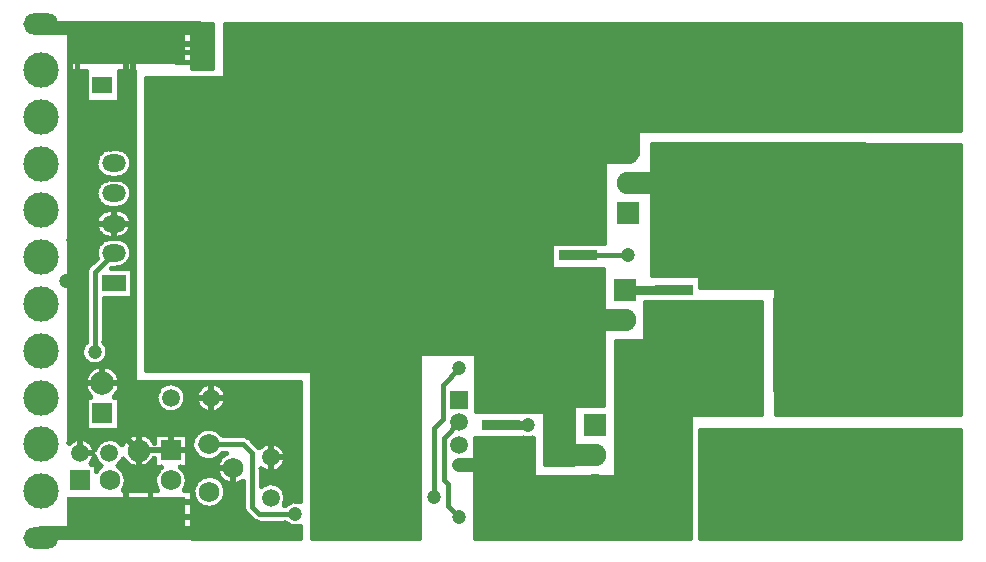
<source format=gbl>
%FSLAX42Y42*%
%MOMM*%
G71*
G01*
G75*
G04 Layer_Physical_Order=2*
%ADD10C,0.45*%
%ADD11R,0.95X0.80*%
%ADD12R,0.80X0.95*%
%ADD13O,2.00X0.50*%
%ADD14R,1.52X1.27*%
%ADD15R,2.00X0.50*%
%ADD16O,0.50X2.00*%
%ADD17R,1.50X1.25*%
%ADD18R,2.54X1.52*%
%ADD19R,1.25X1.50*%
%ADD20R,1.27X0.91*%
%ADD21R,0.91X0.91*%
%ADD22R,0.95X0.90*%
%ADD23R,0.90X0.95*%
%ADD24R,0.50X2.00*%
%ADD25R,2.30X1.90*%
%ADD26R,1.90X2.30*%
%ADD27R,3.20X0.90*%
%ADD28R,9.00X11.50*%
%ADD29C,0.50*%
%ADD30C,0.75*%
%ADD31C,1.90*%
%ADD32C,0.65*%
%ADD33C,1.20*%
%ADD34C,2.15*%
%ADD35R,3.02X1.68*%
%ADD36R,1.90X1.90*%
%ADD37C,3.00*%
%ADD38O,3.00X1.80*%
%ADD39R,16.00X8.00*%
%ADD40R,5.50X9.00*%
%ADD41C,1.90*%
%ADD42R,5.00X5.00*%
%ADD43O,2.00X1.45*%
%ADD44C,1.75*%
%ADD45R,1.75X1.75*%
%ADD46C,1.50*%
%ADD47R,1.75X1.45*%
%ADD48O,1.75X1.45*%
%ADD49R,2.00X1.45*%
%ADD50C,2.00*%
%ADD51R,1.50X1.50*%
%ADD52C,1.20*%
%ADD53R,10.00X3.50*%
D10*
X8257Y-1332D02*
G03*
X8335Y-1334I40J105D01*
G01*
X4628Y-1437D02*
G03*
X4408Y-1377I-125J-25D01*
G01*
X4860Y-1394D02*
G03*
X4628Y-1437I-107J-69D01*
G01*
X4845Y-870D02*
G03*
X4592Y-985I-152J0D01*
G01*
X4553Y-519D02*
G03*
X4740Y-603I75J-84D01*
G01*
X4574Y123D02*
G03*
X4553Y70I53J-53D01*
G01*
X4574Y123D02*
G03*
X4553Y70I53J-53D01*
G01*
X4762Y358D02*
G03*
X4644Y193I0J-125D01*
G01*
X4762Y607D02*
G03*
X4762Y358I0J-125D01*
G01*
Y862D02*
G03*
X4762Y612I0J-125D01*
G01*
Y1118D02*
G03*
X4762Y868I0J-125D01*
G01*
X4740Y-603D02*
G03*
X4703Y-519I-112J0D01*
G01*
X4793Y-985D02*
G03*
X4845Y-870I-100J115D01*
G01*
X4960Y-1298D02*
G03*
X4860Y-1394I40J-142D01*
G01*
X4817Y108D02*
G03*
X4942Y233I0J125D01*
G01*
G03*
X4817Y358I-125J0D01*
G01*
G03*
X4942Y482I0J125D01*
G01*
G03*
X4817Y607I-125J0D01*
G01*
Y612D02*
G03*
X4942Y738I0J125D01*
G01*
G03*
X4817Y862I-125J0D01*
G01*
Y868D02*
G03*
X4942Y993I0J125D01*
G01*
G03*
X4817Y1118I-125J0D01*
G01*
X4683Y-1570D02*
G03*
X4640Y-1610I72J-120D01*
G01*
X4868Y-1773D02*
G03*
X4895Y-1690I-113J83D01*
G01*
G03*
X4824Y-1568I-140J0D01*
G01*
X4595Y-1550D02*
G03*
X4628Y-1488I-93J88D01*
G01*
Y-1437D02*
G03*
X4408Y-1377I-125J-25D01*
G01*
X4824Y-1568D02*
G03*
X4871Y-1511I-71J106D01*
G01*
X4628Y-1488D02*
G03*
X4683Y-1570I125J25D01*
G01*
X4871Y-1511D02*
G03*
X5133Y-1505I129J71D01*
G01*
X4860Y-1394D02*
G03*
X4628Y-1437I-107J-69D01*
G01*
X5193Y-1577D02*
G03*
X5158Y-1773I80J-115D01*
G01*
X5387D02*
G03*
X5412Y-1692I-115J80D01*
G01*
G03*
X5352Y-1577I-140J0D01*
G01*
X5133Y-1375D02*
G03*
X4860Y-1394I-133J-65D01*
G01*
X5462Y-1337D02*
G03*
X5462Y-1438I56J-50D01*
G01*
X4540Y-862D02*
G03*
X4592Y-985I152J-8D01*
G01*
X4793D02*
G03*
X4845Y-870I-100J115D01*
G01*
X5400Y-993D02*
G03*
X5400Y-993I-127J0D01*
G01*
X5885Y-1915D02*
G03*
X5907Y-1968I75J0D01*
G01*
X5967Y-2028D02*
G03*
X6020Y-2050I53J53D01*
G01*
X5885Y-1915D02*
G03*
X5907Y-1968I75J0D01*
G01*
X5738Y-1788D02*
G03*
X5738Y-1788I-140J0D01*
G01*
X5737Y-1462D02*
G03*
X5885Y-1699I63J-125D01*
G01*
X5967Y-2028D02*
G03*
X6020Y-2050I53J53D01*
G01*
X6241D02*
G03*
X6362Y-2081I84J75D01*
G01*
X6247Y-1838D02*
G03*
X6035Y-1742I-127J0D01*
G01*
X6231Y-1900D02*
G03*
X6247Y-1838I-111J62D01*
G01*
X6362Y-1869D02*
G03*
X6241Y-1900I-38J-106D01*
G01*
X5462Y-1438D02*
G03*
X5711Y-1462I131J50D01*
G01*
Y-1312D02*
G03*
X5462Y-1337I-118J-75D01*
G01*
X5740Y-993D02*
G03*
X5740Y-993I-127J0D01*
G01*
X6035Y-1593D02*
G03*
X6247Y-1498I85J95D01*
G01*
X6021Y-1417D02*
G03*
X6013Y-1408I-61J-44D01*
G01*
X6021Y-1417D02*
G03*
X6013Y-1408I-61J-44D01*
G01*
X6247Y-1498D02*
G03*
X6021Y-1417I-127J0D01*
G01*
X5939Y-1334D02*
G03*
X5886Y-1312I-53J-53D01*
G01*
X5939Y-1334D02*
G03*
X5886Y-1312I-53J-53D01*
G01*
X9218Y1075D02*
Y1550D01*
X9200Y1075D02*
Y1550D01*
X9160Y1075D02*
Y1550D01*
X9120Y1075D02*
Y1550D01*
X9080Y1075D02*
Y1550D01*
X9040Y1075D02*
Y1550D01*
X9000Y1075D02*
Y1550D01*
X8960Y1075D02*
Y1550D01*
X8920Y1075D02*
Y1550D01*
X8880Y1075D02*
Y1550D01*
X8840Y1075D02*
Y1550D01*
X8800Y1075D02*
Y1550D01*
X8760Y1075D02*
Y1550D01*
X8720Y1075D02*
Y1550D01*
X8680Y1075D02*
Y1550D01*
X8640Y1075D02*
Y1550D01*
X8600Y1075D02*
Y1550D01*
X8560Y1075D02*
Y1550D01*
X8520Y1075D02*
Y1550D01*
X8480Y1075D02*
Y1550D01*
X8305D02*
X9218D01*
X8305Y1520D02*
X9218D01*
X8305Y1480D02*
X9218D01*
X8305Y1440D02*
X9218D01*
X8305Y1400D02*
X9218D01*
X8305Y1360D02*
X9218D01*
X8305Y1320D02*
X9218D01*
X8305Y1280D02*
X9218D01*
X8305Y1240D02*
X9218D01*
X8305Y1200D02*
X9218D01*
X8305Y1160D02*
X9218D01*
X8440Y1075D02*
Y1550D01*
X8305Y1120D02*
X9218D01*
X8305Y1080D02*
X9218D01*
X8305Y1075D02*
X9218D01*
X8400D02*
Y1550D01*
X8360Y1075D02*
Y1550D01*
X8320Y1075D02*
Y1550D01*
X8305Y1075D02*
Y1550D01*
X10447Y1275D02*
Y2175D01*
X10440Y1275D02*
Y2175D01*
X10400Y1275D02*
Y2175D01*
X10360Y1275D02*
Y2175D01*
X10320Y1275D02*
Y2175D01*
X10280Y1275D02*
Y2175D01*
X10240Y1275D02*
Y2175D01*
X10200Y1275D02*
Y2175D01*
X10160Y1275D02*
Y2175D01*
X10120Y1275D02*
Y2175D01*
X10080Y1275D02*
Y2175D01*
X10040Y1275D02*
Y2175D01*
X10000Y1275D02*
Y2175D01*
X9960Y1275D02*
Y2175D01*
X9920Y1275D02*
Y2175D01*
X9880Y1275D02*
Y2175D01*
X9840Y1275D02*
Y2175D01*
X9800Y1275D02*
Y2175D01*
X9760Y1275D02*
Y2175D01*
X9720Y1275D02*
Y2175D01*
X9680Y1275D02*
Y2175D01*
X9640Y1275D02*
Y2175D01*
X9600Y1275D02*
Y2175D01*
X9560Y1275D02*
Y2175D01*
X9520Y1275D02*
Y2175D01*
X9480Y1275D02*
Y2175D01*
X9440Y1275D02*
Y2175D01*
X9400Y1275D02*
Y2175D01*
X9360Y1275D02*
Y2175D01*
X9320Y1275D02*
Y2175D01*
X9280Y1275D02*
Y2175D01*
X9240Y1275D02*
Y2175D01*
X9200Y1275D02*
Y2175D01*
X8890D02*
X10447D01*
X8890Y2160D02*
X10447D01*
X8890Y2120D02*
X10447D01*
X8890Y2080D02*
X10447D01*
X8890Y2040D02*
X10447D01*
X8890Y2000D02*
X10447D01*
X8890Y1960D02*
X10447D01*
X8890Y1920D02*
X10447D01*
X8890Y1880D02*
X10447D01*
X8890Y1840D02*
X10447D01*
X8890Y1800D02*
X10447D01*
X8890Y1760D02*
X10447D01*
X8890Y1720D02*
X10447D01*
X8890Y1680D02*
X10447D01*
X8890Y1640D02*
X10447D01*
X8890Y1600D02*
X10447D01*
X8890Y1560D02*
X10447D01*
X8890Y1520D02*
X10447D01*
X8890Y1480D02*
X10447D01*
X8890Y1440D02*
X10447D01*
X8890Y1400D02*
X10447D01*
X8890Y1360D02*
X10447D01*
X8890Y1320D02*
X10447D01*
X8890Y1280D02*
X10447D01*
X8890Y1275D02*
X10447D01*
X9160D02*
Y2175D01*
X9120Y1275D02*
Y2175D01*
X9080Y1275D02*
Y2175D01*
X9040Y1275D02*
Y2175D01*
X9000Y1275D02*
Y2175D01*
X8960Y1275D02*
Y2175D01*
X8920Y1275D02*
Y2175D01*
X8890Y1275D02*
Y2175D01*
X11955Y1275D02*
Y2175D01*
X11920Y1275D02*
Y2175D01*
X11880Y1275D02*
Y2175D01*
X11840Y1275D02*
Y2175D01*
X11800Y1275D02*
Y2175D01*
X11760Y1275D02*
Y2175D01*
X11720Y1275D02*
Y2175D01*
X11680Y1275D02*
Y2175D01*
X11640Y1275D02*
Y2175D01*
X11600Y1275D02*
Y2175D01*
X11560Y1275D02*
Y2175D01*
X11520Y1275D02*
Y2175D01*
X11480Y1275D02*
Y2175D01*
X11440Y1275D02*
Y2175D01*
X11400Y1275D02*
Y2175D01*
X11360Y1275D02*
Y2175D01*
X11320Y1275D02*
Y2175D01*
X11280Y1275D02*
Y2175D01*
X11240Y1275D02*
Y2175D01*
X11200Y1275D02*
Y2175D01*
X11160Y1275D02*
Y2175D01*
X11120Y1275D02*
Y2175D01*
X11080Y1275D02*
Y2175D01*
X11040Y1275D02*
Y2175D01*
X11000Y1275D02*
Y2175D01*
X10960Y1275D02*
Y2175D01*
X10920Y1275D02*
Y2175D01*
X10880Y1275D02*
Y2175D01*
X10840Y1275D02*
Y2175D01*
X10800Y1275D02*
Y2175D01*
X10760Y1275D02*
Y2175D01*
X10720Y1275D02*
Y2175D01*
X10680Y1275D02*
Y2175D01*
X10397D02*
X11955D01*
X10397Y2160D02*
X11955D01*
X10397Y2120D02*
X11955D01*
X10397Y2080D02*
X11955D01*
X10397Y2040D02*
X11955D01*
X10397Y2000D02*
X11955D01*
X10397Y1960D02*
X11955D01*
X10397Y1920D02*
X11955D01*
X10397Y1880D02*
X11955D01*
X10397Y1840D02*
X11955D01*
X10397Y1800D02*
X11955D01*
X10397Y1760D02*
X11955D01*
X10397Y1720D02*
X11955D01*
X10397Y1680D02*
X11955D01*
X10397Y1640D02*
X11955D01*
X10397Y1600D02*
X11955D01*
X10397Y1560D02*
X11955D01*
X10397Y1520D02*
X11955D01*
X10397Y1480D02*
X11955D01*
X10397Y1440D02*
X11955D01*
X10397Y1400D02*
X11955D01*
X10397Y1360D02*
X11955D01*
X10397Y1320D02*
X11955D01*
X10397Y1280D02*
X11955D01*
X10397Y1275D02*
X11955D01*
X10640D02*
Y2175D01*
X10600Y1275D02*
Y2175D01*
X10560Y1275D02*
Y2175D01*
X10520Y1275D02*
Y2175D01*
X10480Y1275D02*
Y2175D01*
X10440Y1275D02*
Y2175D01*
X10400Y1275D02*
Y2175D01*
X10397Y1275D02*
Y2175D01*
X7574Y-886D02*
X7715Y-745D01*
X7500Y-1835D02*
Y-1248D01*
X7855Y-840D02*
X8640D01*
X7855Y-880D02*
X8640D01*
X7855Y-920D02*
X8640D01*
X7855Y-960D02*
X8640D01*
X7855Y-1000D02*
X8640D01*
X7855Y-1040D02*
X8640D01*
X7855Y-1080D02*
X8640D01*
Y-1107D02*
Y100D01*
X8600Y-1107D02*
Y100D01*
X8560Y-1107D02*
Y100D01*
X8520Y-1107D02*
Y100D01*
X8480Y-1107D02*
Y100D01*
X8440Y-1107D02*
Y100D01*
X8400Y-1107D02*
Y100D01*
X8360Y-1107D02*
Y100D01*
X8320Y-1107D02*
Y100D01*
X8280Y-1107D02*
Y100D01*
X8240Y-1107D02*
Y100D01*
X8200Y-1107D02*
Y100D01*
X8160Y-1107D02*
Y100D01*
X8120Y-1107D02*
Y100D01*
X8080Y-1107D02*
Y100D01*
X8040Y-1107D02*
Y100D01*
X8000Y-1107D02*
Y100D01*
X7960Y-1107D02*
Y100D01*
X7920Y-1107D02*
Y100D01*
X7880Y-1107D02*
Y100D01*
X7855D02*
X8640D01*
X7855Y80D02*
X8640D01*
X7855Y40D02*
X8640D01*
X7855Y-0D02*
X8640D01*
X7855Y-40D02*
X8640D01*
X7855Y-80D02*
X8640D01*
X7855Y-120D02*
X8640D01*
X7855Y-160D02*
X8640D01*
X7855Y-200D02*
X8640D01*
X7855Y-240D02*
X8640D01*
X7855Y-280D02*
X8640D01*
X7855Y-320D02*
X8640D01*
X7855Y-360D02*
X8640D01*
X7855Y-400D02*
X8640D01*
X7855Y-440D02*
X8640D01*
X7855Y-480D02*
X8640D01*
X7855Y-520D02*
X8640D01*
X7855Y-560D02*
X8640D01*
X7855Y-600D02*
X8640D01*
X7855Y-640D02*
X8640D01*
X7855Y-680D02*
X8640D01*
X7855Y-1107D02*
Y100D01*
Y-720D02*
X8640D01*
X7855Y-760D02*
X8640D01*
X7855Y-800D02*
X8640D01*
X7855Y-1107D02*
X8640D01*
X8335Y-1760D02*
Y-1334D01*
X8320Y-1760D02*
Y-1338D01*
X8280Y-1760D02*
Y-1339D01*
X8240Y-1760D02*
Y-1332D01*
X8200Y-1760D02*
Y-1332D01*
X8160Y-1760D02*
Y-1332D01*
X8120Y-1760D02*
Y-1332D01*
X8080Y-1760D02*
Y-1332D01*
X8040Y-1760D02*
Y-1332D01*
X8000Y-1760D02*
Y-1332D01*
X7960Y-1760D02*
Y-1332D01*
X7920Y-1760D02*
Y-1332D01*
X7880Y-1760D02*
Y-1332D01*
X7850Y-1360D02*
X8335D01*
X7850Y-1400D02*
X8335D01*
X7850Y-1440D02*
X8335D01*
X7850Y-1480D02*
X8335D01*
X7850Y-1332D02*
X8257D01*
X7850Y-1520D02*
X8335D01*
X7850Y-1560D02*
X8335D01*
X7850Y-1600D02*
X8335D01*
X7850Y-1640D02*
X8335D01*
X7850Y-1680D02*
X8335D01*
X7850Y-1760D02*
Y-1332D01*
Y-1720D02*
X8335D01*
X7850Y-1760D02*
X8335D01*
X9407Y-2177D02*
Y-1660D01*
X9400Y-2177D02*
Y-1660D01*
X9360Y-2177D02*
Y-1660D01*
X9320Y-2177D02*
Y-1660D01*
X9280Y-2177D02*
Y-1660D01*
X9240Y-2177D02*
Y-1660D01*
X9200Y-2177D02*
Y-1660D01*
X9160Y-2177D02*
Y-1660D01*
X9120Y-2177D02*
Y-1660D01*
X9080Y-2177D02*
Y-1660D01*
X9040Y-2177D02*
Y-1660D01*
X9000Y-2177D02*
Y-1660D01*
X8960Y-2177D02*
Y-1660D01*
X8920Y-2177D02*
Y-1660D01*
X8880Y-2177D02*
Y-1660D01*
X8840Y-2177D02*
Y-1660D01*
X8800Y-2177D02*
Y-1660D01*
X8760Y-2177D02*
Y-1660D01*
X8720Y-2177D02*
Y-1660D01*
X8680Y-2177D02*
Y-1660D01*
X8640Y-2177D02*
Y-1660D01*
X8600Y-2177D02*
Y-1660D01*
X8560Y-2177D02*
Y-1660D01*
X8520Y-2177D02*
Y-1660D01*
X8480Y-2177D02*
Y-1660D01*
X8440Y-2177D02*
Y-1660D01*
X8400Y-2177D02*
Y-1660D01*
X8360Y-2177D02*
Y-1660D01*
X7850D02*
X9407D01*
X7850Y-1680D02*
X9407D01*
X7850Y-1720D02*
X9407D01*
X7850Y-1760D02*
X9407D01*
X7850Y-1800D02*
X9407D01*
X7850Y-1840D02*
X9407D01*
X7850Y-1880D02*
X9407D01*
X7850Y-1920D02*
X9407D01*
X7850Y-1960D02*
X9407D01*
X7850Y-2000D02*
X9407D01*
X7850Y-2040D02*
X9407D01*
X7850Y-2080D02*
X9407D01*
X7850Y-2120D02*
X9407D01*
X7850Y-2160D02*
X9407D01*
X8320Y-2177D02*
Y-1660D01*
X8280Y-2177D02*
Y-1660D01*
X8240Y-2177D02*
Y-1660D01*
X8200Y-2177D02*
Y-1660D01*
X8160Y-2177D02*
Y-1660D01*
X8120Y-2177D02*
Y-1660D01*
X7850Y-2177D02*
X9407D01*
X8080D02*
Y-1660D01*
X8040Y-2177D02*
Y-1660D01*
X8000Y-2177D02*
Y-1660D01*
X7960Y-2177D02*
Y-1660D01*
X7920Y-2177D02*
Y-1660D01*
X7880Y-2177D02*
Y-1660D01*
X7850Y-2177D02*
Y-1660D01*
X7574Y-1174D02*
Y-886D01*
X7500Y-1248D02*
X7574Y-1174D01*
X7615Y-1908D02*
Y-1720D01*
X7585Y-1330D02*
X7715Y-1200D01*
X7585Y-1690D02*
Y-1330D01*
X7615Y-1908D02*
X7710Y-2002D01*
X7585Y-1690D02*
X7615Y-1720D01*
X5517Y-1388D02*
X5886D01*
X6020Y-1975D02*
X6325D01*
X11955Y-2177D02*
Y-1270D01*
X11920Y-2177D02*
Y-1270D01*
X11880Y-2177D02*
Y-1270D01*
X11840Y-2177D02*
Y-1270D01*
X11800Y-2177D02*
Y-1270D01*
X11760Y-2177D02*
Y-1270D01*
X11720Y-2177D02*
Y-1270D01*
X11680Y-2177D02*
Y-1270D01*
X11640Y-2177D02*
Y-1270D01*
X11600Y-2177D02*
Y-1270D01*
X11560Y-2177D02*
Y-1270D01*
X11520Y-2177D02*
Y-1270D01*
X11480Y-2177D02*
Y-1270D01*
X11440Y-2177D02*
Y-1270D01*
X11400Y-2177D02*
Y-1270D01*
X11360Y-2177D02*
Y-1270D01*
X11320Y-2177D02*
Y-1270D01*
X11280Y-2177D02*
Y-1270D01*
X11240Y-2177D02*
Y-1270D01*
X11200Y-2177D02*
Y-1270D01*
X11160Y-2177D02*
Y-1270D01*
X11120Y-2177D02*
Y-1270D01*
X11080Y-2177D02*
Y-1270D01*
X11040Y-2177D02*
Y-1270D01*
X11000Y-2177D02*
Y-1270D01*
X10960Y-2177D02*
Y-1270D01*
X10920Y-2177D02*
Y-1270D01*
X10880Y-2177D02*
Y-1270D01*
X10840Y-2177D02*
Y-1270D01*
X10800Y-2177D02*
Y-1270D01*
X10760Y-2177D02*
Y-1270D01*
X10720Y-2177D02*
Y-1270D01*
X10680Y-2177D02*
Y-1270D01*
X10640Y-2177D02*
Y-1270D01*
X10600Y-2177D02*
Y-1270D01*
X10560Y-2177D02*
Y-1270D01*
X10520Y-2177D02*
Y-1270D01*
X10480Y-2177D02*
Y-1270D01*
X10440Y-2177D02*
Y-1270D01*
X10400Y-2177D02*
Y-1270D01*
X10360Y-2177D02*
Y-1270D01*
X9757D02*
X11955D01*
X9757Y-1280D02*
X11955D01*
X9757Y-1320D02*
X11955D01*
X9757Y-1360D02*
X11955D01*
X9757Y-1400D02*
X11955D01*
X9757Y-1440D02*
X11955D01*
X9757Y-1480D02*
X11955D01*
X9757Y-1520D02*
X11955D01*
X9757Y-1560D02*
X11955D01*
X9757Y-1600D02*
X11955D01*
X9757Y-1640D02*
X11955D01*
X9757Y-1680D02*
X11955D01*
X9757Y-1720D02*
X11955D01*
X9757Y-1760D02*
X11955D01*
X9757Y-1800D02*
X11955D01*
X9757Y-1840D02*
X11955D01*
X9757Y-1880D02*
X11955D01*
X9757Y-1920D02*
X11955D01*
X9757Y-1960D02*
X11955D01*
X9757Y-2000D02*
X11955D01*
X9757Y-2040D02*
X11955D01*
X10320Y-2177D02*
Y-1270D01*
X10280Y-2177D02*
Y-1270D01*
X10240Y-2177D02*
Y-1270D01*
X10200Y-2177D02*
Y-1270D01*
X10160Y-2177D02*
Y-1270D01*
X9757Y-2080D02*
X11955D01*
X9757Y-2120D02*
X11955D01*
X10120Y-2177D02*
Y-1270D01*
X9757Y-2160D02*
X11955D01*
X9757Y-2177D02*
X11955D01*
X10080D02*
Y-1270D01*
X10040Y-2177D02*
Y-1270D01*
X10000Y-2177D02*
Y-1270D01*
X9960Y-2177D02*
Y-1270D01*
X9920Y-2177D02*
Y-1270D01*
X9880Y-2177D02*
Y-1270D01*
X9840Y-2177D02*
Y-1270D01*
X9800Y-2177D02*
Y-1270D01*
X9760Y-2177D02*
Y-1270D01*
X9757Y-2177D02*
Y-1270D01*
X5960Y-1915D02*
Y-1461D01*
Y-1915D02*
X6020Y-1975D01*
X5886Y-1388D02*
X5960Y-1461D01*
X6468Y-1760D02*
X7377D01*
X6468Y-1800D02*
X7377D01*
X6468Y-1840D02*
X7377D01*
X6468Y-1880D02*
X7377D01*
X6468Y-1920D02*
X7377D01*
X6468Y-1960D02*
X7377D01*
X6468Y-2000D02*
X7377D01*
X6468Y-2040D02*
X7377D01*
X6468Y-2080D02*
X7377D01*
Y-2177D02*
Y-497D01*
X7360Y-2177D02*
Y-497D01*
X7320Y-2177D02*
Y-497D01*
X7280Y-2177D02*
Y-497D01*
X7240Y-2177D02*
Y-497D01*
X7200Y-2177D02*
Y-497D01*
X7160Y-2177D02*
Y-497D01*
X6468Y-2120D02*
X7377D01*
X6468Y-2160D02*
X7377D01*
X7120Y-2177D02*
Y-497D01*
X7080Y-2177D02*
Y-497D01*
X7040Y-2177D02*
Y-497D01*
X7000Y-2177D02*
Y-497D01*
X6960Y-2177D02*
Y-497D01*
X6920Y-2177D02*
Y-497D01*
X6880Y-2177D02*
Y-497D01*
X6840Y-2177D02*
Y-497D01*
X6800Y-2177D02*
Y-497D01*
X6760Y-2177D02*
Y-497D01*
X6720Y-2177D02*
Y-497D01*
X6680Y-2177D02*
Y-497D01*
X6640Y-2177D02*
Y-497D01*
X6600Y-2177D02*
Y-497D01*
X6560Y-2177D02*
Y-497D01*
X6520Y-2177D02*
Y-497D01*
X6480Y-2177D02*
Y-497D01*
X6468D02*
X7377D01*
X6468Y-520D02*
X7377D01*
X6468Y-560D02*
X7377D01*
X6468Y-600D02*
X7377D01*
X6468Y-640D02*
X7377D01*
X6468Y-680D02*
X7377D01*
X6468Y-720D02*
X7377D01*
X6468Y-760D02*
X7377D01*
X6468Y-800D02*
X7377D01*
X6468Y-840D02*
X7377D01*
X6468Y-880D02*
X7377D01*
X6468Y-920D02*
X7377D01*
X6468Y-960D02*
X7377D01*
X6468Y-1000D02*
X7377D01*
X6468Y-1040D02*
X7377D01*
X6468Y-1080D02*
X7377D01*
X6468Y-1120D02*
X7377D01*
X6468Y-1160D02*
X7377D01*
X6468Y-1200D02*
X7377D01*
X6468Y-1240D02*
X7377D01*
X6468Y-1280D02*
X7377D01*
X6468Y-1320D02*
X7377D01*
X6468Y-1360D02*
X7377D01*
X6468Y-1400D02*
X7377D01*
X6468Y-1440D02*
X7377D01*
X6468Y-1480D02*
X7377D01*
X6468Y-1520D02*
X7377D01*
X6468Y-2177D02*
Y-497D01*
Y-1560D02*
X7377D01*
X6468Y-1600D02*
X7377D01*
X6468Y-1640D02*
X7377D01*
X6468Y-1680D02*
X7377D01*
X6468Y-1720D02*
X7377D01*
X6468Y-2177D02*
X7377D01*
X11152Y-55D02*
Y357D01*
X11120Y-55D02*
Y357D01*
X11080Y-55D02*
Y357D01*
X11040Y-55D02*
Y357D01*
X11000Y-55D02*
Y357D01*
X10960Y-55D02*
Y357D01*
X10920Y-55D02*
Y357D01*
X10880Y-55D02*
Y357D01*
X10840Y-55D02*
Y357D01*
X10800Y-55D02*
Y357D01*
X10760Y-55D02*
Y357D01*
X10720Y-55D02*
Y357D01*
X10680Y-55D02*
Y357D01*
X10640Y-55D02*
Y357D01*
X10600Y-55D02*
Y357D01*
X10560Y-55D02*
Y357D01*
X10520Y-55D02*
Y357D01*
X10480Y-55D02*
Y357D01*
X10440Y-55D02*
Y357D01*
X10400Y-55D02*
Y357D01*
X10360Y-55D02*
Y357D01*
X10320Y-55D02*
Y357D01*
X10280Y-55D02*
Y357D01*
X10240Y-55D02*
Y357D01*
X10200Y-55D02*
Y357D01*
X9750D02*
X11152D01*
X9750Y320D02*
X11152D01*
X9750Y280D02*
X11152D01*
X9750Y240D02*
X11152D01*
X9750Y200D02*
X11152D01*
X9750Y160D02*
X11152D01*
X9750Y120D02*
X11152D01*
X10160Y-55D02*
Y357D01*
X9750Y80D02*
X11152D01*
X9750Y40D02*
X11152D01*
X9750Y-0D02*
X11152D01*
X9750Y-40D02*
X11152D01*
X10120Y-55D02*
Y357D01*
X10080Y-55D02*
Y357D01*
X10040Y-55D02*
Y357D01*
X10000Y-55D02*
Y357D01*
X9960Y-55D02*
Y357D01*
X9750Y-55D02*
X11152D01*
X9920D02*
Y357D01*
X9880Y-55D02*
Y357D01*
X9840Y-55D02*
Y357D01*
X9800Y-55D02*
Y357D01*
X9760Y-55D02*
Y357D01*
X9750Y-55D02*
Y357D01*
X11142Y47D02*
Y1152D01*
X11120Y47D02*
Y1152D01*
X11080Y47D02*
Y1152D01*
X11040Y47D02*
Y1152D01*
X11000Y47D02*
Y1152D01*
X10960Y47D02*
Y1152D01*
X10920Y47D02*
Y1152D01*
X10880Y47D02*
Y1152D01*
X10840Y47D02*
Y1152D01*
X10800Y47D02*
Y1152D01*
X10760Y47D02*
Y1152D01*
X10720Y47D02*
Y1152D01*
X10680Y47D02*
Y1152D01*
X10640Y47D02*
Y1152D01*
X10600Y47D02*
Y1152D01*
X10560Y47D02*
Y1152D01*
X10520Y47D02*
Y1152D01*
X10480Y47D02*
Y1152D01*
X10440Y47D02*
Y1152D01*
X10400Y47D02*
Y1152D01*
X10360Y47D02*
Y1152D01*
X10320Y47D02*
Y1152D01*
X10280Y47D02*
Y1152D01*
X10240Y47D02*
Y1152D01*
X10200Y47D02*
Y1152D01*
X10160Y47D02*
Y1152D01*
X10120Y47D02*
Y1152D01*
X10080Y47D02*
Y1152D01*
X10040Y47D02*
Y1152D01*
X10000Y47D02*
Y1152D01*
X9960Y47D02*
Y1152D01*
X9920Y47D02*
Y1152D01*
X9880Y47D02*
Y1152D01*
X9840Y47D02*
Y1152D01*
X9800Y47D02*
Y1152D01*
X9760Y47D02*
Y1152D01*
X9720Y47D02*
Y1152D01*
X9680Y47D02*
Y1152D01*
X9345D02*
X11142D01*
X9345Y1120D02*
X11142D01*
X9345Y1080D02*
X11142D01*
X9345Y1040D02*
X11142D01*
X9345Y1000D02*
X11142D01*
X9345Y960D02*
X11142D01*
X9345Y920D02*
X11142D01*
X9345Y880D02*
X11142D01*
X9345Y840D02*
X11142D01*
X9345Y800D02*
X11142D01*
X9345Y760D02*
X11142D01*
X9345Y720D02*
X11142D01*
X9345Y680D02*
X11142D01*
X9345Y640D02*
X11142D01*
X9345Y600D02*
X11142D01*
X9345Y560D02*
X11142D01*
X9345Y520D02*
X11142D01*
X9345Y480D02*
X11142D01*
X9345Y440D02*
X11142D01*
X9345Y400D02*
X11142D01*
X9345Y360D02*
X11142D01*
X9345Y320D02*
X11142D01*
X9345Y280D02*
X11142D01*
X9345Y240D02*
X11142D01*
X9345Y200D02*
X11142D01*
X9345Y160D02*
X11142D01*
X9345Y120D02*
X11142D01*
X9345Y80D02*
X11142D01*
X9345Y47D02*
X11142D01*
X9640D02*
Y1152D01*
X9600Y47D02*
Y1152D01*
X9560Y47D02*
Y1152D01*
X9520Y47D02*
Y1152D01*
X9480Y47D02*
Y1152D01*
X9440Y47D02*
Y1152D01*
X9400Y47D02*
Y1152D01*
X9360Y47D02*
Y1152D01*
X9345Y47D02*
Y1152D01*
X8718Y215D02*
X9145D01*
X10397Y-760D02*
X11955D01*
Y-1127D02*
Y1150D01*
X11920Y-1127D02*
Y1150D01*
X11880Y-1127D02*
Y1150D01*
X10397Y-800D02*
X11955D01*
X10397Y-840D02*
X11955D01*
X10397Y-880D02*
X11955D01*
X10397Y-920D02*
X11955D01*
X10397Y-960D02*
X11955D01*
X10397Y-1000D02*
X11955D01*
X10397Y-1040D02*
X11955D01*
X10397Y-1080D02*
X11955D01*
X10397Y-1120D02*
X11955D01*
X11840Y-1127D02*
Y1150D01*
X11800Y-1127D02*
Y1150D01*
X11760Y-1127D02*
Y1150D01*
X11720Y-1127D02*
Y1150D01*
X11680Y-1127D02*
Y1150D01*
X11640Y-1127D02*
Y1150D01*
X11600Y-1127D02*
Y1150D01*
X11560Y-1127D02*
Y1150D01*
X11520Y-1127D02*
Y1150D01*
X11480Y-1127D02*
Y1150D01*
X11440Y-1127D02*
Y1150D01*
X11400Y-1127D02*
Y1150D01*
X11360Y-1127D02*
Y1150D01*
X11320Y-1127D02*
Y1150D01*
X11280Y-1127D02*
Y1150D01*
X11240Y-1127D02*
Y1150D01*
X11200Y-1127D02*
Y1150D01*
X11160Y-1127D02*
Y1150D01*
X11120Y-1127D02*
Y1150D01*
X11080Y-1127D02*
Y1150D01*
X11040Y-1127D02*
Y1150D01*
X11000Y-1127D02*
Y1150D01*
X10960Y-1127D02*
Y1150D01*
X10920Y-1127D02*
Y1150D01*
X10880Y-1127D02*
Y1150D01*
X10840Y-1127D02*
Y1150D01*
X10800Y-1127D02*
Y1150D01*
X10760Y-1127D02*
Y1150D01*
X10720Y-1127D02*
Y1150D01*
X10680Y-1127D02*
Y1150D01*
X10640Y-1127D02*
Y1150D01*
X10600Y-1127D02*
Y1150D01*
X10560Y-1127D02*
Y1150D01*
X10520Y-1127D02*
Y1150D01*
X10480Y-1127D02*
Y1150D01*
X10440Y-1127D02*
Y1150D01*
X10400Y-1127D02*
Y1150D01*
X10397D02*
X11955D01*
X10397Y1120D02*
X11955D01*
X10397Y1080D02*
X11955D01*
X10397Y1040D02*
X11955D01*
X10397Y1000D02*
X11955D01*
X10397Y960D02*
X11955D01*
X10397Y920D02*
X11955D01*
X10397Y880D02*
X11955D01*
X10397Y840D02*
X11955D01*
X10397Y800D02*
X11955D01*
X10397Y760D02*
X11955D01*
X10397Y720D02*
X11955D01*
X10397Y680D02*
X11955D01*
X10397Y640D02*
X11955D01*
X10397Y600D02*
X11955D01*
X10397Y560D02*
X11955D01*
X10397Y520D02*
X11955D01*
X10397Y480D02*
X11955D01*
X10397Y440D02*
X11955D01*
X10397Y400D02*
X11955D01*
X10397Y360D02*
X11955D01*
X10397Y320D02*
X11955D01*
X10397Y280D02*
X11955D01*
X10397Y240D02*
X11955D01*
X10397Y200D02*
X11955D01*
X10397Y160D02*
X11955D01*
X10397Y120D02*
X11955D01*
X10397Y80D02*
X11955D01*
X10397Y40D02*
X11955D01*
X10397Y-0D02*
X11955D01*
X10397Y-40D02*
X11955D01*
X10397Y-80D02*
X11955D01*
X10397Y-120D02*
X11955D01*
X10397Y-160D02*
X11955D01*
X10397Y-200D02*
X11955D01*
X10397Y-240D02*
X11955D01*
X10397Y-280D02*
X11955D01*
X10397Y-320D02*
X11955D01*
X10397Y-360D02*
X11955D01*
X10397Y-400D02*
X11955D01*
X10397Y-1127D02*
Y1150D01*
Y-440D02*
X11955D01*
X10397Y-480D02*
X11955D01*
X10397Y-520D02*
X11955D01*
X10397Y-560D02*
X11955D01*
X10397Y-600D02*
X11955D01*
X10397Y-640D02*
X11955D01*
X10397Y-680D02*
X11955D01*
X10397Y-720D02*
X11955D01*
X10397Y-1127D02*
X11955D01*
X9288Y-1120D02*
X10268D01*
X9288Y-1080D02*
X10268D01*
X9288Y-1040D02*
X10268D01*
X9288Y-1000D02*
X10268D01*
X9288Y-1127D02*
Y-183D01*
Y-960D02*
X10268D01*
X9288Y-920D02*
X10268D01*
X9288Y-880D02*
X10268D01*
X9288Y-840D02*
X10268D01*
X9288Y-800D02*
X10268D01*
X9288Y-760D02*
X10268D01*
X9288Y-720D02*
X10268D01*
X9288Y-680D02*
X10268D01*
X9288Y-640D02*
X10268D01*
X9288Y-600D02*
X10268D01*
X9288Y-560D02*
X10268D01*
X9288Y-520D02*
X10268D01*
X9288Y-480D02*
X10268D01*
X9288Y-440D02*
X10268D01*
X9288Y-400D02*
X10268D01*
X9288Y-360D02*
X10268D01*
X9288Y-320D02*
X10268D01*
X9288Y-280D02*
X10268D01*
X9288Y-240D02*
X10268D01*
X9288Y-200D02*
X10268D01*
X9288Y-183D02*
X10268D01*
X9320Y-1127D02*
Y-183D01*
X9360Y-1127D02*
Y-183D01*
X9400Y-1127D02*
Y-183D01*
X9440Y-1127D02*
Y-183D01*
X9480Y-1127D02*
Y-183D01*
X9520Y-1127D02*
Y-183D01*
X9288Y-1127D02*
X10268D01*
X9560D02*
Y-183D01*
X9600Y-1127D02*
Y-183D01*
X9640Y-1127D02*
Y-183D01*
X9680Y-1127D02*
Y-183D01*
X9720Y-1127D02*
Y-183D01*
X9760Y-1127D02*
Y-183D01*
X9800Y-1127D02*
Y-183D01*
X9840Y-1127D02*
Y-183D01*
X9880Y-1127D02*
Y-183D01*
X9920Y-1127D02*
Y-183D01*
X9960Y-1127D02*
Y-183D01*
X10000Y-1127D02*
Y-183D01*
X10040Y-1127D02*
Y-183D01*
X10080Y-1127D02*
Y-183D01*
X10120Y-1127D02*
Y-183D01*
X10160Y-1127D02*
Y-183D01*
X10200Y-1127D02*
Y-183D01*
X10240Y-1127D02*
Y-183D01*
X10268Y-1127D02*
Y-183D01*
X8440Y-1555D02*
X8680D01*
X8440Y-1240D02*
X8680D01*
X8440Y-1555D02*
Y-852D01*
Y-1200D02*
X8680D01*
X8440Y-1160D02*
X8680D01*
X8440Y-1120D02*
X8680D01*
X8440Y-1080D02*
X8680D01*
X8440Y-1040D02*
X8680D01*
X8440Y-1000D02*
X8680D01*
X8440Y-960D02*
X8680D01*
X8440Y-920D02*
X8680D01*
X8440Y-880D02*
X8680D01*
X8440Y-852D02*
X8680D01*
X8440Y-1555D02*
Y-852D01*
X8480Y-1555D02*
Y-852D01*
X8520Y-1555D02*
Y-852D01*
X8560Y-1555D02*
Y-852D01*
X8600Y-1555D02*
Y-852D01*
X8640Y-1555D02*
Y-852D01*
X8680Y-1555D02*
Y-852D01*
X8440Y-1520D02*
X8680D01*
X8440Y-1480D02*
X8680D01*
X8440Y-1440D02*
X8680D01*
X8440Y-1400D02*
X8680D01*
X8440Y-1360D02*
X8680D01*
X8440Y-1320D02*
X8680D01*
X8440Y-1280D02*
X8680D01*
X8590Y-1050D02*
X8935D01*
X8590Y-600D02*
X8935D01*
X8590Y-560D02*
X8935D01*
X8590Y-1050D02*
Y100D01*
Y-520D02*
X8935D01*
X8590Y-480D02*
X8935D01*
X8590Y-440D02*
X8935D01*
X8590Y-400D02*
X8935D01*
X8590Y-360D02*
X8935D01*
X8590Y-320D02*
X8935D01*
X8590Y-280D02*
X8935D01*
X8590Y-240D02*
X8935D01*
X8590Y-200D02*
X8935D01*
X8590Y-160D02*
X8935D01*
X8590Y-120D02*
X8935D01*
X8590Y-80D02*
X8935D01*
X8590Y-40D02*
X8935D01*
X8590Y-0D02*
X8935D01*
X8590Y40D02*
X8935D01*
X8590Y80D02*
X8935D01*
X8590Y100D02*
X8935D01*
X8600Y-1050D02*
Y100D01*
X8640Y-1050D02*
Y100D01*
X8680Y-1050D02*
Y100D01*
X8720Y-1050D02*
Y100D01*
X8760Y-1050D02*
Y100D01*
X8800Y-1050D02*
Y100D01*
X8840Y-1050D02*
Y100D01*
X8880Y-1050D02*
Y100D01*
X8920Y-1050D02*
Y100D01*
X8935Y-1050D02*
Y100D01*
X8590Y-1040D02*
X8935D01*
X8590Y-1000D02*
X8935D01*
X8590Y-960D02*
X8935D01*
X8590Y-920D02*
X8935D01*
X8590Y-880D02*
X8935D01*
X8590Y-840D02*
X8935D01*
X8590Y-800D02*
X8935D01*
X8590Y-760D02*
X8935D01*
X8590Y-720D02*
X8935D01*
X8590Y-680D02*
X8935D01*
X8590Y-640D02*
X8935D01*
X9043Y-2177D02*
X9665D01*
X9043Y-1560D02*
X9665D01*
X9043Y-1520D02*
X9665D01*
X9043Y-1480D02*
X9665D01*
X9043Y-1440D02*
X9665D01*
X9043Y-2177D02*
Y-515D01*
Y-1400D02*
X9665D01*
X9043Y-1360D02*
X9665D01*
X9043Y-1320D02*
X9665D01*
X9043Y-1280D02*
X9665D01*
X9043Y-1240D02*
X9665D01*
X9043Y-1200D02*
X9665D01*
X9043Y-1160D02*
X9665D01*
X9043Y-1120D02*
X9665D01*
X9043Y-1080D02*
X9665D01*
X9043Y-1040D02*
X9665D01*
X9043Y-1000D02*
X9665D01*
X9043Y-960D02*
X9665D01*
X9043Y-920D02*
X9665D01*
X9043Y-880D02*
X9665D01*
X9043Y-840D02*
X9665D01*
X9043Y-800D02*
X9665D01*
X9043Y-760D02*
X9665D01*
X9043Y-720D02*
X9665D01*
X9043Y-680D02*
X9665D01*
X9043Y-640D02*
X9665D01*
X9043Y-600D02*
X9665D01*
X9043Y-560D02*
X9665D01*
X9043Y-520D02*
X9665D01*
X9043Y-515D02*
X9665D01*
X9080Y-2177D02*
Y-515D01*
X9120Y-2177D02*
Y-515D01*
X9160Y-2177D02*
Y-515D01*
X9200Y-2177D02*
Y-515D01*
X9240Y-2177D02*
Y-515D01*
X9280Y-2177D02*
Y-515D01*
X9320Y-2177D02*
Y-515D01*
X9360Y-2177D02*
Y-515D01*
X9400Y-2177D02*
Y-515D01*
X9440Y-2177D02*
Y-515D01*
X9480Y-2177D02*
Y-515D01*
X9520Y-2177D02*
Y-515D01*
X9560Y-2177D02*
Y-515D01*
X9600Y-2177D02*
Y-515D01*
X9640Y-2177D02*
Y-515D01*
X9043Y-2160D02*
X9665D01*
X9043Y-2120D02*
X9665D01*
X9043Y-2080D02*
X9665D01*
X9043Y-2040D02*
X9665D01*
X9043Y-2000D02*
X9665D01*
X9043Y-1960D02*
X9665D01*
Y-2177D02*
Y-515D01*
X9043Y-1920D02*
X9665D01*
X9043Y-1880D02*
X9665D01*
X9043Y-1840D02*
X9665D01*
X9043Y-1800D02*
X9665D01*
X9043Y-1760D02*
X9665D01*
X9043Y-1720D02*
X9665D01*
X9043Y-1680D02*
X9665D01*
X9043Y-1640D02*
X9665D01*
X9043Y-1600D02*
X9665D01*
X5065Y-762D02*
Y8D01*
X5080Y-762D02*
Y8D01*
X5120Y-762D02*
Y8D01*
X5160Y-762D02*
Y8D01*
X5200Y-762D02*
Y8D01*
X5240Y-762D02*
Y8D01*
X5280Y-762D02*
Y8D01*
X5320Y-762D02*
Y8D01*
X5065Y-760D02*
X6840D01*
X5065Y-762D02*
X6840D01*
X5065Y-720D02*
X6840D01*
X5065Y-680D02*
X6840D01*
X5360Y-762D02*
Y8D01*
X5065Y-640D02*
X6840D01*
X5400Y-762D02*
Y8D01*
X5440Y-762D02*
Y8D01*
X5480Y-762D02*
Y8D01*
X5065Y-600D02*
X6840D01*
X5065Y-560D02*
X6840D01*
X5065Y-520D02*
X6840D01*
X5065Y-480D02*
X6840D01*
X5065Y-440D02*
X6840D01*
X5065Y-400D02*
X6840D01*
X5065Y-360D02*
X6840D01*
X5065Y-320D02*
X6840D01*
X5065Y-280D02*
X6840D01*
X5065Y-240D02*
X6840D01*
X5065Y-200D02*
X6840D01*
X5065Y-160D02*
X6840D01*
X5065Y-120D02*
X6840D01*
X5065Y-80D02*
X6840D01*
X5065Y-40D02*
X6840D01*
X5065Y-0D02*
X6840D01*
X5065Y8D02*
X6840D01*
X5520Y-762D02*
Y8D01*
X5560Y-762D02*
Y8D01*
X5600Y-762D02*
Y8D01*
X5640Y-762D02*
Y8D01*
X5680Y-762D02*
Y8D01*
X5720Y-762D02*
Y8D01*
X5760Y-762D02*
Y8D01*
X5800Y-762D02*
Y8D01*
X5840Y-762D02*
Y8D01*
X5880Y-762D02*
Y8D01*
X5920Y-762D02*
Y8D01*
X5960Y-762D02*
Y8D01*
X6000Y-762D02*
Y8D01*
X6040Y-762D02*
Y8D01*
X6080Y-762D02*
Y8D01*
X6120Y-762D02*
Y8D01*
X6160Y-762D02*
Y8D01*
X6200Y-762D02*
Y8D01*
X6240Y-762D02*
Y8D01*
X6280Y-762D02*
Y8D01*
X6320Y-762D02*
Y8D01*
X6360Y-762D02*
Y8D01*
X6400Y-762D02*
Y8D01*
X6440Y-762D02*
Y8D01*
X6480Y-762D02*
Y8D01*
X6520Y-762D02*
Y8D01*
X6560Y-762D02*
Y8D01*
X6600Y-762D02*
Y8D01*
X6640Y-762D02*
Y8D01*
X6680Y-762D02*
Y8D01*
X6720Y-762D02*
Y8D01*
X6760Y-762D02*
Y8D01*
X6800Y-762D02*
Y8D01*
X6840Y-762D02*
Y8D01*
X4628Y-603D02*
Y70D01*
X4790Y233D01*
X5065Y-612D02*
Y1040D01*
X5080Y-612D02*
Y1040D01*
X5120Y-612D02*
Y1040D01*
X5160Y-612D02*
Y1040D01*
X5200Y-612D02*
Y1040D01*
X5240Y-612D02*
Y1040D01*
X5280Y-612D02*
Y1040D01*
X5320Y-612D02*
Y1040D01*
X5360Y-612D02*
Y1040D01*
X5400Y-612D02*
Y1040D01*
X5440Y-612D02*
Y1040D01*
X5480Y-612D02*
Y1040D01*
X5520Y-612D02*
Y1040D01*
X5560Y-612D02*
Y1040D01*
X5600Y-612D02*
Y1040D01*
X5640Y-612D02*
Y1040D01*
X5065Y-612D02*
X8493D01*
X5065Y-600D02*
X8493D01*
X5065Y-560D02*
X8493D01*
X5065Y-520D02*
X8493D01*
X5065Y-480D02*
X8493D01*
X5065Y-440D02*
X8493D01*
X5065Y-400D02*
X8493D01*
X5065Y-360D02*
X8493D01*
X5680Y-612D02*
Y1040D01*
X5720Y-612D02*
Y1040D01*
X5065Y-320D02*
X8493D01*
X5065Y-280D02*
X8493D01*
X5760Y-612D02*
Y1040D01*
X5800Y-612D02*
Y1040D01*
X5840Y-612D02*
Y1040D01*
X5880Y-612D02*
Y1040D01*
X5065Y-240D02*
X8493D01*
X5065Y-200D02*
X8493D01*
X5065Y-160D02*
X8493D01*
X5065Y-120D02*
X8493D01*
X5065Y-80D02*
X8493D01*
X5065Y-40D02*
X8493D01*
X5065Y-0D02*
X8493D01*
X5065Y40D02*
X8493D01*
X5065Y80D02*
X8493D01*
X5065Y120D02*
X8493D01*
X5065Y160D02*
X8493D01*
X5065Y200D02*
X8493D01*
X5065Y240D02*
X8493D01*
X5065Y280D02*
X8493D01*
X5065Y320D02*
X8493D01*
X5065Y360D02*
X8493D01*
X5065Y400D02*
X8493D01*
X5065Y440D02*
X8493D01*
X5065Y480D02*
X8493D01*
X5065Y520D02*
X8493D01*
X5065Y560D02*
X8493D01*
X5065Y600D02*
X8493D01*
X5065Y640D02*
X8493D01*
X5065Y680D02*
X8493D01*
X5065Y720D02*
X8493D01*
X5065Y760D02*
X8493D01*
X5065Y800D02*
X8493D01*
X5065Y840D02*
X8493D01*
X5065Y880D02*
X8493D01*
X5065Y920D02*
X8493D01*
X5065Y960D02*
X8493D01*
X5065Y1000D02*
X8493D01*
X5065Y1040D02*
X8493D01*
X5920Y-612D02*
Y1040D01*
X5960Y-612D02*
Y1040D01*
X6000Y-612D02*
Y1040D01*
X6040Y-612D02*
Y1040D01*
X6080Y-612D02*
Y1040D01*
X6120Y-612D02*
Y1040D01*
X6160Y-612D02*
Y1040D01*
X6200Y-612D02*
Y1040D01*
X6240Y-612D02*
Y1040D01*
X6280Y-612D02*
Y1040D01*
X6320Y-612D02*
Y1040D01*
X6360Y-612D02*
Y1040D01*
X6400Y-612D02*
Y1040D01*
X6440Y-612D02*
Y1040D01*
X6480Y-612D02*
Y1040D01*
X6520Y-612D02*
Y1040D01*
X6560Y-612D02*
Y1040D01*
X6600Y-612D02*
Y1040D01*
X6640Y-612D02*
Y1040D01*
X6680Y-612D02*
Y1040D01*
X6720Y-612D02*
Y1040D01*
X6760Y-612D02*
Y1040D01*
X6800Y-612D02*
Y1040D01*
X6840Y-612D02*
Y1040D01*
X6880Y-612D02*
Y1040D01*
X6920Y-612D02*
Y1040D01*
X6960Y-612D02*
Y1040D01*
X7000Y-612D02*
Y1040D01*
X7040Y-612D02*
Y1040D01*
X7080Y-612D02*
Y1040D01*
X7120Y-612D02*
Y1040D01*
X7160Y-612D02*
Y1040D01*
X7200Y-612D02*
Y1040D01*
X7240Y-612D02*
Y1040D01*
X7280Y-612D02*
Y1040D01*
X7320Y-612D02*
Y1040D01*
X7360Y-612D02*
Y1040D01*
X7400Y-612D02*
Y1040D01*
X7440Y-612D02*
Y1040D01*
X7480Y-612D02*
Y1040D01*
X7520Y-612D02*
Y1040D01*
X7560Y-612D02*
Y1040D01*
X7600Y-612D02*
Y1040D01*
X7640Y-612D02*
Y1040D01*
X7680Y-612D02*
Y1040D01*
X7720Y-612D02*
Y1040D01*
X7760Y-612D02*
Y1040D01*
X7800Y-612D02*
Y1040D01*
X7840Y-612D02*
Y1040D01*
X7880Y-612D02*
Y1040D01*
X7920Y-612D02*
Y1040D01*
X7960Y-612D02*
Y1040D01*
X8000Y-612D02*
Y1040D01*
X8040Y-612D02*
Y1040D01*
X8080Y-612D02*
Y1040D01*
X8120Y-612D02*
Y1040D01*
X8160Y-612D02*
Y1040D01*
X8200Y-612D02*
Y1040D01*
X8240Y-612D02*
Y1040D01*
X8280Y-612D02*
Y1040D01*
X8320Y-612D02*
Y1040D01*
X8360Y-612D02*
Y1040D01*
X8400Y-612D02*
Y1040D01*
X8440Y-612D02*
Y1040D01*
X8480Y-612D02*
Y1040D01*
X8493Y-612D02*
Y1040D01*
X4408Y-1360D02*
X4427D01*
X4408Y-1240D02*
X4553D01*
X4408Y-1200D02*
X4553D01*
X4408Y-1160D02*
X4553D01*
X4408Y-1120D02*
X4553D01*
X4408Y-1080D02*
X4553D01*
X4408Y-1040D02*
X4553D01*
X4408Y-1000D02*
X4553D01*
X4520Y-1336D02*
Y-636D01*
X4553Y-1265D02*
Y-985D01*
X4408Y-920D02*
X4548D01*
X4408Y-880D02*
X4540D01*
X4408Y-840D02*
X4543D01*
X4408Y-800D02*
X4557D01*
X4408Y-680D02*
X4546D01*
X4408Y-640D02*
X4521D01*
X4408Y-600D02*
X4515D01*
X4408Y-560D02*
X4523D01*
X4408Y-520D02*
X4551D01*
X4408Y-480D02*
X4553D01*
X4408Y-440D02*
X4553D01*
X4408Y-400D02*
X4553D01*
X4408Y-360D02*
X4553D01*
X4408Y-1377D02*
Y1772D01*
X4440Y-1351D02*
Y1772D01*
X4480Y-1337D02*
Y1772D01*
X4520Y-569D02*
Y1772D01*
X4408Y-320D02*
X4553D01*
Y-519D02*
Y70D01*
X4408Y-280D02*
X4553D01*
X4408Y-240D02*
X4553D01*
X4560Y-1349D02*
Y-1265D01*
X4408Y-1320D02*
X4914D01*
X4553Y-985D02*
X4592D01*
X4408Y-960D02*
X4569D01*
X4408Y-1280D02*
X4960D01*
X4553Y-1265D02*
X4833D01*
X4614Y-1400D02*
X4641D01*
X4600Y-1380D02*
Y-1265D01*
X4640Y-1403D02*
Y-1265D01*
X4578Y-1360D02*
X4677D01*
X4560Y-985D02*
Y-945D01*
X4680Y-1358D02*
Y-1265D01*
X4408Y-200D02*
X4553D01*
X4408Y-160D02*
X4553D01*
X4408Y-760D02*
X4587D01*
X4408Y-720D02*
X4665D01*
X4408Y-120D02*
X4553D01*
X4408Y-80D02*
X4553D01*
X4408Y-40D02*
X4553D01*
X4408Y-0D02*
X4553D01*
X4560Y-795D02*
Y-692D01*
X4600Y-749D02*
Y-712D01*
X4408Y40D02*
X4553D01*
X4640Y-727D02*
Y-714D01*
X4680Y-718D02*
Y-702D01*
X4408Y80D02*
X4553D01*
X4408Y120D02*
X4572D01*
X4408Y160D02*
X4611D01*
X4408Y200D02*
X4642D01*
X4408Y240D02*
X4638D01*
X4408Y480D02*
X4638D01*
X4408Y280D02*
X4647D01*
X4408Y440D02*
X4645D01*
X4574Y123D02*
X4644Y193D01*
X4640Y189D02*
Y208D01*
Y257D02*
Y458D01*
Y507D02*
Y713D01*
X4408Y520D02*
X4643D01*
X4408Y720D02*
X4639D01*
X4408Y760D02*
X4640D01*
X4408Y1520D02*
X4553D01*
X4408Y960D02*
X4642D01*
X4408Y1000D02*
X4638D01*
X4408Y1560D02*
X4553D01*
X4408Y1600D02*
X4553D01*
X4408Y1640D02*
X4553D01*
X4408Y1680D02*
X4553D01*
X4560Y103D02*
Y1510D01*
X4600Y149D02*
Y1510D01*
X4640Y762D02*
Y968D01*
Y1017D02*
Y1510D01*
X4408Y1720D02*
X4553D01*
Y1510D02*
Y1772D01*
X4408Y1760D02*
X4553D01*
X4408Y1772D02*
X4553D01*
X4408Y320D02*
X4673D01*
X4408Y560D02*
X4664D01*
X4408Y360D02*
X4738D01*
X4408Y400D02*
X4669D01*
X4408Y680D02*
X4652D01*
X4408Y800D02*
X4654D01*
X4408Y600D02*
X4720D01*
X4408Y640D02*
X4684D01*
X4680Y326D02*
Y389D01*
Y576D02*
Y644D01*
X4408Y840D02*
X4691D01*
X4408Y880D02*
X4708D01*
X4408Y920D02*
X4661D01*
X4408Y1040D02*
X4647D01*
X4408Y1080D02*
X4673D01*
X4408Y1120D02*
X4960D01*
X4408Y1160D02*
X4960D01*
X4408Y1200D02*
X4960D01*
X4408Y1240D02*
X4960D01*
X4408Y1280D02*
X4960D01*
X4680Y831D02*
Y899D01*
Y1086D02*
Y1510D01*
X4408Y1320D02*
X4960D01*
X4408Y1360D02*
X4960D01*
X4553Y1510D02*
X4833D01*
X4408Y1400D02*
X4960D01*
X4408Y1440D02*
X4960D01*
X4408Y1480D02*
X4960D01*
X4720Y-1339D02*
Y-1265D01*
X4760Y-1335D02*
Y-1265D01*
X4828Y-1360D02*
X4876D01*
X4800Y-1344D02*
Y-1265D01*
X4720Y-720D02*
Y-667D01*
X4793Y-985D02*
X4833D01*
Y-1265D02*
Y-985D01*
X4840Y-1370D02*
Y-909D01*
X4833Y-1240D02*
X4960D01*
X4833Y-1200D02*
X4960D01*
X4833Y-1160D02*
X4960D01*
X4833Y-1120D02*
X4960D01*
X4833Y-1080D02*
X4960D01*
X4703Y-519D02*
Y-148D01*
X4720Y-538D02*
Y-148D01*
X4760Y-733D02*
Y-148D01*
X4800Y-762D02*
Y-148D01*
X4703D02*
X4942D01*
X4771Y108D02*
X4817D01*
X4766Y102D02*
X4942D01*
X4880Y-1354D02*
Y-148D01*
X4920Y-1316D02*
Y-148D01*
X4960Y-1298D02*
Y1772D01*
X4960Y-1298D02*
Y1772D01*
X4840Y-831D02*
Y-148D01*
X4880Y102D02*
Y124D01*
X4942Y-148D02*
Y102D01*
X4920D02*
Y161D01*
X4798Y-760D02*
X4960D01*
X4720Y-720D02*
X4960D01*
X4709Y-680D02*
X4960D01*
X4734Y-640D02*
X4960D01*
X4740Y-600D02*
X4960D01*
X4732Y-560D02*
X4960D01*
X4704Y-520D02*
X4960D01*
X4703Y-480D02*
X4960D01*
X4833Y-1040D02*
X4960D01*
X4833Y-1000D02*
X4960D01*
X4816Y-960D02*
X4960D01*
X4837Y-920D02*
X4960D01*
X4845Y-880D02*
X4960D01*
X4842Y-840D02*
X4960D01*
X4828Y-800D02*
X4960D01*
X4703Y-440D02*
X4960D01*
X4703Y-400D02*
X4960D01*
X4703Y-360D02*
X4960D01*
X4703Y-320D02*
X4960D01*
X4703Y-280D02*
X4960D01*
X4703Y-240D02*
X4960D01*
X4703Y-200D02*
X4960D01*
X4703Y-160D02*
X4960D01*
X4942Y-120D02*
X4960D01*
X4942Y-80D02*
X4960D01*
X4942Y-40D02*
X4960D01*
X4942Y-0D02*
X4960D01*
X4942Y40D02*
X4960D01*
X4942Y80D02*
X4960D01*
X4872Y120D02*
X4960D01*
X4919Y160D02*
X4960D01*
X4938Y200D02*
X4960D01*
X4720Y350D02*
Y365D01*
X4762Y358D02*
X4817D01*
X4762D02*
X4817D01*
X4762Y607D02*
X4817D01*
X4720Y600D02*
Y620D01*
X4762Y612D02*
X4817D01*
X4880Y341D02*
Y374D01*
X4920Y304D02*
Y411D01*
X4840Y605D02*
Y615D01*
X4880Y591D02*
Y629D01*
X4762Y862D02*
X4817D01*
X4720Y855D02*
Y875D01*
X4762Y868D02*
X4817D01*
X4720Y1110D02*
Y1510D01*
X4760Y1117D02*
Y1510D01*
X4762Y1118D02*
X4817D01*
X4800D02*
Y1510D01*
X4840Y860D02*
Y870D01*
X4880Y846D02*
Y884D01*
X4920Y554D02*
Y666D01*
Y809D02*
Y921D01*
X4833Y1510D02*
Y1772D01*
X4840Y1115D02*
Y1772D01*
X4880Y1101D02*
Y1772D01*
X4920Y1064D02*
Y1772D01*
X4907Y320D02*
X4960D01*
X4842Y360D02*
X4960D01*
X4911Y400D02*
X4960D01*
X4916Y560D02*
X4960D01*
X4860Y600D02*
X4960D01*
X4896Y640D02*
X4960D01*
X4926Y800D02*
X4960D01*
X4889Y840D02*
X4960D01*
X4942Y240D02*
X4960D01*
X4933Y280D02*
X4960D01*
X4935Y440D02*
X4960D01*
X4942Y480D02*
X4960D01*
X4937Y520D02*
X4960D01*
X4928Y680D02*
X4960D01*
X4941Y720D02*
X4960D01*
X4940Y760D02*
X4960D01*
X4833Y1520D02*
X4960D01*
X4833Y1560D02*
X4960D01*
X4833Y1600D02*
X4960D01*
X4833Y1640D02*
X4960D01*
X4833Y1680D02*
X4960D01*
X4872Y880D02*
X4960D01*
X4919Y920D02*
X4960D01*
X4938Y960D02*
X4960D01*
X4942Y1000D02*
X4960D01*
X4933Y1040D02*
X4960D01*
X4907Y1080D02*
X4960D01*
X4833Y1720D02*
X4960D01*
X4833Y1760D02*
X4960D01*
X4833Y1772D02*
X4960D01*
X5065Y760D02*
X5865D01*
X5065Y800D02*
X5865D01*
X5065Y840D02*
X5865D01*
X5065Y880D02*
X5865D01*
X5065Y920D02*
X5865D01*
X5065Y960D02*
X5865D01*
X5065Y1000D02*
X5865D01*
X5065Y1040D02*
X5865D01*
X5065Y1080D02*
X5865D01*
X5065Y1120D02*
X5865D01*
X5065Y1160D02*
X5865D01*
X5065Y1200D02*
X5865D01*
X5065Y1240D02*
X5865D01*
X5065Y1280D02*
X5865D01*
X5065Y1320D02*
X5865D01*
X5065Y1360D02*
X5865D01*
X5065Y1400D02*
X5865D01*
X5065Y1440D02*
X5865D01*
X5065Y1480D02*
X5865D01*
X5065Y1520D02*
X5865D01*
X5065Y1560D02*
X5865D01*
X5065Y1600D02*
X5865D01*
X5065Y1640D02*
X5865D01*
X5065Y1680D02*
X5865D01*
X5065Y720D02*
Y1715D01*
X5080Y720D02*
Y1715D01*
X5120Y720D02*
Y1715D01*
X5160Y720D02*
Y1715D01*
X5200Y720D02*
Y1715D01*
X5240Y720D02*
Y1715D01*
X5065Y720D02*
X5865D01*
X5280D02*
Y1715D01*
X5320Y720D02*
Y1715D01*
X5360Y720D02*
Y1715D01*
X5400Y720D02*
Y1715D01*
X5440Y720D02*
Y1715D01*
X5480Y720D02*
Y1715D01*
X5520Y720D02*
Y1715D01*
X5560Y720D02*
Y1715D01*
X5600Y720D02*
Y1715D01*
X5640Y720D02*
Y1715D01*
X5680Y720D02*
Y1715D01*
X5720Y720D02*
Y1715D01*
X5760Y720D02*
Y1715D01*
X5800Y720D02*
Y1715D01*
X5065D02*
X5865D01*
X5840Y720D02*
Y1715D01*
X5865Y720D02*
Y1715D01*
X5728Y318D02*
Y2175D01*
X5760Y318D02*
Y2175D01*
X5800Y318D02*
Y2175D01*
X5840Y318D02*
Y2175D01*
X5880Y318D02*
Y2175D01*
X5920Y318D02*
Y2175D01*
X5960Y318D02*
Y2175D01*
X6000Y318D02*
Y2175D01*
X6040Y318D02*
Y2175D01*
X6080Y318D02*
Y2175D01*
X6120Y318D02*
Y2175D01*
X6160Y318D02*
Y2175D01*
X6200Y318D02*
Y2175D01*
X6240Y318D02*
Y2175D01*
X6280Y318D02*
Y2175D01*
X6320Y318D02*
Y2175D01*
X5728Y318D02*
X8938D01*
X5728Y320D02*
X8938D01*
X5728Y360D02*
X8938D01*
X5728Y400D02*
X8938D01*
X5728Y440D02*
X8938D01*
X5728Y480D02*
X8938D01*
X5728Y520D02*
X8938D01*
X5728Y560D02*
X8938D01*
X5728Y600D02*
X8938D01*
X5728Y640D02*
X8938D01*
X5728Y680D02*
X8938D01*
X5728Y720D02*
X8938D01*
X5728Y760D02*
X8938D01*
X5728Y800D02*
X8938D01*
X5728Y840D02*
X8938D01*
X5728Y880D02*
X8938D01*
X5728Y920D02*
X8938D01*
X5728Y960D02*
X8938D01*
X5728Y1000D02*
X8938D01*
X5728Y1040D02*
X8938D01*
X5728Y1080D02*
X8938D01*
X5728Y1120D02*
X8938D01*
X5728Y1160D02*
X8938D01*
X5728Y1200D02*
X8938D01*
X5728Y1240D02*
X8938D01*
X5728Y1280D02*
X8938D01*
X5728Y1320D02*
X8938D01*
X5728Y1360D02*
X8938D01*
X5728Y1400D02*
X8938D01*
X5728Y1440D02*
X8938D01*
X5728Y1480D02*
X8938D01*
X5728Y1520D02*
X8938D01*
X5728Y1560D02*
X8938D01*
X5728Y1600D02*
X8938D01*
X5728Y1640D02*
X8938D01*
X5728Y1680D02*
X8938D01*
X5728Y1720D02*
X8938D01*
X5728Y1760D02*
X8938D01*
X5728Y1800D02*
X8938D01*
X5728Y1840D02*
X8938D01*
X5728Y1880D02*
X8938D01*
X5728Y1920D02*
X8938D01*
X5728Y1960D02*
X8938D01*
X5728Y2000D02*
X8938D01*
X5728Y2040D02*
X8938D01*
X5728Y2080D02*
X8938D01*
X5728Y2120D02*
X8938D01*
X5728Y2160D02*
X8938D01*
X5728Y2175D02*
X8938D01*
X6360Y318D02*
Y2175D01*
X6400Y318D02*
Y2175D01*
X6440Y318D02*
Y2175D01*
X6480Y318D02*
Y2175D01*
X6520Y318D02*
Y2175D01*
X6560Y318D02*
Y2175D01*
X6600Y318D02*
Y2175D01*
X6640Y318D02*
Y2175D01*
X6680Y318D02*
Y2175D01*
X6720Y318D02*
Y2175D01*
X6760Y318D02*
Y2175D01*
X6800Y318D02*
Y2175D01*
X6840Y318D02*
Y2175D01*
X6880Y318D02*
Y2175D01*
X6920Y318D02*
Y2175D01*
X6960Y318D02*
Y2175D01*
X7000Y318D02*
Y2175D01*
X7040Y318D02*
Y2175D01*
X7080Y318D02*
Y2175D01*
X7120Y318D02*
Y2175D01*
X7160Y318D02*
Y2175D01*
X7200Y318D02*
Y2175D01*
X7240Y318D02*
Y2175D01*
X7280Y318D02*
Y2175D01*
X7320Y318D02*
Y2175D01*
X7360Y318D02*
Y2175D01*
X7400Y318D02*
Y2175D01*
X7440Y318D02*
Y2175D01*
X7480Y318D02*
Y2175D01*
X7520Y318D02*
Y2175D01*
X7560Y318D02*
Y2175D01*
X7600Y318D02*
Y2175D01*
X7640Y318D02*
Y2175D01*
X7680Y318D02*
Y2175D01*
X7720Y318D02*
Y2175D01*
X7760Y318D02*
Y2175D01*
X7800Y318D02*
Y2175D01*
X7840Y318D02*
Y2175D01*
X7880Y318D02*
Y2175D01*
X7920Y318D02*
Y2175D01*
X7960Y318D02*
Y2175D01*
X8000Y318D02*
Y2175D01*
X8040Y318D02*
Y2175D01*
X8080Y318D02*
Y2175D01*
X8120Y318D02*
Y2175D01*
X8160Y318D02*
Y2175D01*
X8200Y318D02*
Y2175D01*
X8240Y318D02*
Y2175D01*
X8280Y318D02*
Y2175D01*
X8320Y318D02*
Y2175D01*
X8360Y318D02*
Y2175D01*
X8400Y318D02*
Y2175D01*
X8440Y318D02*
Y2175D01*
X8480Y318D02*
Y2175D01*
X8520Y318D02*
Y2175D01*
X8560Y318D02*
Y2175D01*
X8600Y318D02*
Y2175D01*
X8640Y318D02*
Y2175D01*
X8680Y318D02*
Y2175D01*
X8720Y318D02*
Y2175D01*
X8760Y318D02*
Y2175D01*
X8800Y318D02*
Y2175D01*
X8840Y318D02*
Y2175D01*
X8880Y318D02*
Y2175D01*
X8920Y318D02*
Y2175D01*
X8938Y318D02*
Y2175D01*
X4475Y1692D02*
Y1920D01*
X5100Y-1892D02*
Y-1733D01*
X5450Y1840D02*
X5620D01*
X5450Y1880D02*
X5620D01*
X5450Y1920D02*
X5620D01*
X5450Y1960D02*
X5620D01*
X5450Y2000D02*
X5620D01*
X5450Y2040D02*
X5620D01*
X5450Y2080D02*
X5620D01*
X5450Y2120D02*
X5620D01*
X5450Y1800D02*
Y2175D01*
X5480Y1800D02*
Y2175D01*
X5450Y1800D02*
X5620D01*
X5520D02*
Y2175D01*
X5560Y1800D02*
Y2175D01*
X5600Y1800D02*
Y2175D01*
X5450Y2160D02*
X5620D01*
X5450Y2175D02*
X5620D01*
Y1800D02*
Y2175D01*
X5320Y1852D02*
X5450D01*
X5330Y1938D02*
X5480D01*
X4640Y-1610D02*
Y-1550D01*
X4595D02*
X4640D01*
X4640D02*
Y-1522D01*
X4640Y-1560D02*
X4670D01*
X4835D02*
X4914D01*
X4840Y-1579D02*
Y-1555D01*
X4880Y-1773D02*
Y-1753D01*
X4960Y-1773D02*
Y-1582D01*
X4920Y-1773D02*
Y-1564D01*
X5000Y-1773D02*
Y-1588D01*
X4880Y-1627D02*
Y-1526D01*
X5040Y-1773D02*
Y-1582D01*
X5080Y-1773D02*
Y-1564D01*
X5120Y-1773D02*
Y-1526D01*
X4616Y-1520D02*
X4639D01*
X4408Y-1360D02*
X4427D01*
X4408Y-1377D02*
Y-862D01*
X4578Y-1360D02*
X4677D01*
X4600Y-1380D02*
Y-1265D01*
X4866Y-1520D02*
X4876D01*
X4614Y-1400D02*
X4641D01*
X4640Y-1403D02*
Y-1265D01*
X4840Y-1370D02*
Y-909D01*
X4868Y-1773D02*
X5158D01*
X4876Y-1760D02*
X5150D01*
X4892Y-1720D02*
X5135D01*
X4895Y-1680D02*
X5133D01*
X4886Y-1640D02*
X5143D01*
X4862Y-1600D02*
X5167D01*
X5160Y-1609D02*
Y-1577D01*
X5400Y-1773D02*
Y-1750D01*
X5450Y-2080D02*
X6285D01*
X5387Y-1773D02*
X5450D01*
X5395Y-1760D02*
X5460D01*
X5410Y-1720D02*
X5475D01*
X5412Y-1680D02*
X5508D01*
X5378Y-1600D02*
X5661D01*
X5402Y-1640D02*
X5670D01*
X5086Y-1560D02*
X5133D01*
Y-1577D02*
Y-1505D01*
Y-1577D02*
X5193D01*
X5124Y-1520D02*
X5133D01*
Y-1375D02*
Y-1298D01*
X5400Y-1635D02*
Y-1577D01*
X5352D02*
X5412D01*
Y-1560D02*
X5663D01*
X5412Y-1577D02*
Y-1298D01*
X5440Y-1773D02*
Y-862D01*
X5412Y-1440D02*
X5463D01*
X5412Y-1400D02*
X5444D01*
X5412Y-1520D02*
X5547D01*
X5412Y-1480D02*
X5487D01*
X4408Y-1240D02*
X4553D01*
X4408Y-1200D02*
X4553D01*
X4408Y-1320D02*
X4914D01*
X4553Y-1265D02*
X4833D01*
X4408Y-1160D02*
X4553D01*
X4408Y-1120D02*
X4553D01*
X4408Y-1080D02*
X4553D01*
X4408Y-1040D02*
X4553D01*
X4408Y-1000D02*
X4553D01*
X4560Y-1349D02*
Y-1265D01*
X4680Y-1358D02*
Y-1265D01*
X4828Y-1360D02*
X4876D01*
X4720Y-1339D02*
Y-1265D01*
X4553D02*
Y-985D01*
X4592D01*
X4760Y-1335D02*
Y-1265D01*
X4800Y-1344D02*
Y-1265D01*
X4833D02*
Y-985D01*
X4440Y-1351D02*
Y-862D01*
X4480Y-1337D02*
Y-862D01*
X4520Y-1336D02*
Y-862D01*
X4408Y-880D02*
X4540D01*
X4408Y-862D02*
X4540D01*
X4408Y-960D02*
X4569D01*
X4408Y-920D02*
X4548D01*
X4560Y-985D02*
Y-945D01*
X4880Y-1354D02*
Y-862D01*
X4920Y-1316D02*
Y-862D01*
X4960Y-1298D02*
Y-862D01*
X5040Y-1298D02*
Y-862D01*
X5080Y-1316D02*
Y-862D01*
X4793Y-985D02*
X4833D01*
X5000Y-1293D02*
Y-862D01*
X5124Y-1360D02*
X5133D01*
X5086Y-1320D02*
X5133D01*
Y-1298D02*
X5412D01*
X4408Y-1280D02*
X5503D01*
X4833Y-1240D02*
X6362D01*
X4833Y-1080D02*
X5180D01*
X4833Y-1200D02*
X6362D01*
X4833Y-1160D02*
X6362D01*
X4833Y-1120D02*
X6362D01*
X5200Y-1298D02*
Y-1097D01*
X5160Y-1298D02*
Y-1052D01*
X5412Y-1360D02*
X5448D01*
X5412Y-1320D02*
X5470D01*
X5280Y-1298D02*
Y-1120D01*
X5240Y-1298D02*
Y-1116D01*
X5320Y-1298D02*
Y-1111D01*
X5360Y-1298D02*
Y-1085D01*
X5365Y-1080D02*
X5520D01*
X4833Y-1000D02*
X5145D01*
X5120Y-1354D02*
Y-862D01*
X4833Y-1040D02*
X5154D01*
X4816Y-960D02*
X5149D01*
X5160Y-933D02*
Y-862D01*
X4837Y-920D02*
X5168D01*
X4845Y-880D02*
X5212D01*
X4845Y-862D02*
X6362D01*
X5400Y-1298D02*
Y-995D01*
Y-990D02*
Y-862D01*
X5391Y-1040D02*
X5494D01*
X5400Y-1000D02*
X5485D01*
X5396Y-960D02*
X5489D01*
X5200Y-888D02*
Y-862D01*
X5320Y-874D02*
Y-862D01*
X5377Y-920D02*
X5508D01*
X5333Y-880D02*
X5552D01*
X5360Y-900D02*
Y-862D01*
X5560Y-2177D02*
Y-1922D01*
X5520Y-2177D02*
Y-1904D01*
X5600Y-2177D02*
Y-1927D01*
X5640Y-2177D02*
Y-1921D01*
X5450Y-1920D02*
X5552D01*
X5450Y-1880D02*
X5492D01*
X5450Y-2040D02*
X5983D01*
X5450Y-2000D02*
X5939D01*
X5450Y-1960D02*
X5900D01*
X5920Y-2177D02*
Y-1981D01*
X5680Y-2177D02*
Y-1901D01*
X6000Y-2177D02*
Y-2047D01*
X5960Y-2177D02*
Y-2021D01*
X5643Y-1920D02*
X5885D01*
X5907Y-1968D02*
X5967Y-2028D01*
X5480Y-2177D02*
Y-1864D01*
X5450Y-2177D02*
Y-1773D01*
X5720Y-2177D02*
Y-1855D01*
X5450Y-1840D02*
X5468D01*
X5450Y-1800D02*
X5458D01*
X5703Y-1880D02*
X5885D01*
X5720Y-1720D02*
X5755D01*
X5800Y-2177D02*
Y-1727D01*
X5760Y-2177D02*
Y-1722D01*
X5840Y-2177D02*
Y-1722D01*
X5880Y-2177D02*
Y-1702D01*
X5885Y-1915D02*
Y-1699D01*
X5727Y-1840D02*
X5885D01*
X5720Y-1720D02*
Y-1702D01*
X5737Y-1800D02*
X5885D01*
X5735Y-1760D02*
X5885D01*
X5845Y-1720D02*
X5885D01*
X6040Y-2177D02*
Y-2050D01*
X6080Y-2177D02*
Y-2050D01*
X5450Y-2177D02*
X6362D01*
X6120D02*
Y-2050D01*
X6160Y-2177D02*
Y-2050D01*
X5450Y-2160D02*
X6362D01*
X5450Y-2120D02*
X6362D01*
X6020Y-2050D02*
X6241D01*
X6200Y-2177D02*
Y-2050D01*
X6240Y-2177D02*
Y-2050D01*
X6320Y-2177D02*
Y-2087D01*
X6280Y-2177D02*
Y-2078D01*
X6231Y-1900D02*
X6241D01*
X6240D02*
Y-1881D01*
X6362Y-2177D02*
Y-2081D01*
X6360Y-2177D02*
Y-2082D01*
X6035Y-1742D02*
Y-1593D01*
X6040Y-1738D02*
Y-1597D01*
X6221Y-1760D02*
X6362D01*
X6035Y-1720D02*
X6070D01*
X6080Y-1716D02*
Y-1619D01*
X6170Y-1720D02*
X6362D01*
X6160Y-1716D02*
Y-1619D01*
X6200Y-1738D02*
Y-1597D01*
X6240Y-1880D02*
X6265D01*
X6280Y-1872D02*
Y-862D01*
X6362Y-1869D02*
Y-862D01*
X6240Y-1794D02*
Y-1541D01*
X6320Y-1863D02*
Y-862D01*
X6247Y-1840D02*
X6362D01*
X6242Y-1800D02*
X6362D01*
X6360Y-1868D02*
Y-862D01*
X5520Y-1671D02*
Y-1507D01*
X5480Y-1711D02*
Y-1471D01*
X5600Y-1648D02*
Y-1527D01*
X5560Y-1653D02*
Y-1524D01*
X5640Y-1654D02*
Y-1519D01*
X5600Y-1248D02*
Y-1119D01*
X5638Y-1520D02*
X5677D01*
X5680Y-1674D02*
Y-1660D01*
Y-1515D02*
Y-1497D01*
X5698Y-1480D02*
X5710D01*
X5640Y-1256D02*
Y-1117D01*
X5720Y-1473D02*
Y-1462D01*
X5711D02*
X5737D01*
X5711Y-1312D02*
X5886D01*
X5520Y-1268D02*
Y-1080D01*
X5480Y-1304D02*
Y-862D01*
X5560Y-1251D02*
Y-1109D01*
X5520Y-905D02*
Y-862D01*
X5560Y-876D02*
Y-862D01*
X5720Y-1312D02*
Y-1061D01*
X5760Y-1312D02*
Y-862D01*
X5800Y-1312D02*
Y-862D01*
X5840Y-1312D02*
Y-862D01*
X5920Y-1321D02*
Y-862D01*
X5680Y-1278D02*
Y-1101D01*
Y-884D02*
Y-862D01*
X5720Y-924D02*
Y-862D01*
X5880Y-1312D02*
Y-862D01*
X6035Y-1600D02*
X6044D01*
X6035Y-1680D02*
X6362D01*
X6035Y-1640D02*
X6362D01*
X6005Y-1400D02*
X6038D01*
X5965Y-1360D02*
X6362D01*
X6120Y-1710D02*
Y-1625D01*
X6196Y-1600D02*
X6362D01*
X6231Y-1560D02*
X6362D01*
X6245Y-1520D02*
X6362D01*
X6246Y-1480D02*
X6362D01*
X6202Y-1400D02*
X6362D01*
X6234Y-1440D02*
X6362D01*
X5682Y-1280D02*
X6362D01*
X5705Y-1080D02*
X6362D01*
X5731Y-1040D02*
X6362D01*
X5740Y-1000D02*
X6362D01*
X5736Y-960D02*
X6362D01*
X5673Y-880D02*
X6362D01*
X5717Y-920D02*
X6362D01*
X5939Y-1334D02*
X6013Y-1408D01*
X6000Y-1395D02*
Y-862D01*
X6040Y-1398D02*
Y-862D01*
X6200Y-1398D02*
Y-862D01*
X6240Y-1454D02*
Y-862D01*
X5960Y-1355D02*
Y-862D01*
X6080Y-1376D02*
Y-862D01*
X5919Y-1320D02*
X6362D01*
X6120Y-1370D02*
Y-862D01*
X6160Y-1376D02*
Y-862D01*
D27*
X9532Y-80D02*
D03*
X8065Y-1227D02*
D03*
Y-1992D02*
D03*
Y-1865D02*
D03*
Y-1738D02*
D03*
Y-1482D02*
D03*
Y-1355D02*
D03*
X8718Y852D02*
D03*
X8718Y342D02*
D03*
X8718Y342D02*
D03*
Y215D02*
D03*
Y470D02*
D03*
Y725D02*
D03*
Y852D02*
D03*
Y980D02*
D03*
X9532Y-208D02*
D03*
Y-335D02*
D03*
X9532Y-590D02*
D03*
Y-718D02*
D03*
Y-845D02*
D03*
D28*
X6897Y-1610D02*
D03*
X9885Y597D02*
D03*
X9885Y597D02*
D03*
X8365Y-462D02*
D03*
D29*
X4503Y-1462D02*
Y-1357D01*
Y-1462D02*
X4608D01*
X4562Y-870D02*
X4692D01*
Y-740D01*
Y-870D02*
X4822D01*
X4660Y482D02*
X4790D01*
X5000Y-1440D02*
Y-1315D01*
X4790Y380D02*
Y482D01*
X4920D01*
X4790D02*
Y585D01*
X4897Y1795D02*
Y2000D01*
X4858Y-1298D02*
X5000Y-1440D01*
X5003Y-1438D02*
X5272D01*
X5340Y-1873D02*
X5471D01*
X4422Y1717D02*
Y1880D01*
X4955Y1728D02*
Y1880D01*
X4897Y2000D02*
X5428D01*
X4897Y-2000D02*
Y-1795D01*
X4503Y-1462D02*
X4608D01*
X4503D02*
Y-1357D01*
X5000Y-1565D02*
Y-1440D01*
Y-1315D01*
X4897Y-2000D02*
X5428D01*
X5272Y-1438D02*
X5390D01*
X5272D02*
Y-1320D01*
X4562Y-870D02*
X4692D01*
X4822D01*
X5800Y-1705D02*
Y-1588D01*
X5683D02*
X5800D01*
X5612Y-1098D02*
Y-993D01*
X5508D02*
X5612D01*
X5717D01*
X5612D02*
Y-888D01*
X6120Y-1602D02*
Y-1498D01*
X6225D01*
X6120D02*
Y-1393D01*
D30*
X9118Y-80D02*
X9532D01*
X8065Y-1227D02*
X8297D01*
D31*
X9912Y550D02*
X11178D01*
X9595Y867D02*
X9912Y550D01*
X9145Y822D02*
X9567D01*
X8811Y1076D02*
X9145D01*
X9117Y-588D02*
X9451D01*
X8784Y-334D02*
X9117D01*
X8520Y-1482D02*
X8862Y-1481D01*
D33*
X7715Y-1562D02*
X8109D01*
X4170Y-2140D02*
X5510D01*
X4188Y2138D02*
X5510D01*
D36*
X9117Y-80D02*
D03*
X8862Y-1227D02*
D03*
X9145Y568D02*
D03*
D37*
X4175Y1780D02*
D03*
Y1385D02*
D03*
Y988D02*
D03*
Y593D02*
D03*
Y-1785D02*
D03*
Y-595D02*
D03*
Y-200D02*
D03*
Y195D02*
D03*
Y-993D02*
D03*
Y-1388D02*
D03*
D38*
Y-2180D02*
D03*
Y2175D02*
D03*
D39*
X11165Y1652D02*
D03*
Y-1648D02*
D03*
Y-547D02*
D03*
Y553D02*
D03*
D40*
X10015Y-1700D02*
D03*
Y-700D02*
D03*
D41*
X8862Y-1735D02*
D03*
Y-1481D02*
D03*
X9145Y822D02*
D03*
Y1076D02*
D03*
X9117Y-334D02*
D03*
Y-588D02*
D03*
X5000Y-1440D02*
D03*
D42*
X10160Y1502D02*
D03*
X8160D02*
D03*
D43*
X4790Y738D02*
D03*
Y993D02*
D03*
Y482D02*
D03*
Y233D02*
D03*
D44*
X5597Y-1788D02*
D03*
X5592Y-1388D02*
D03*
X5800Y-1588D02*
D03*
X5272Y-1692D02*
D03*
X4755Y-1690D02*
D03*
D45*
X5272Y-1438D02*
D03*
X4692Y-1125D02*
D03*
X4500Y-1690D02*
D03*
D46*
X6120Y-1498D02*
D03*
Y-1838D02*
D03*
X5612Y-993D02*
D03*
X5272D02*
D03*
X4503Y-1462D02*
D03*
X4753D02*
D03*
X7715Y-1390D02*
D03*
Y-1200D02*
D03*
D47*
X4692Y1652D02*
D03*
D48*
Y1908D02*
D03*
D49*
X4790Y-22D02*
D03*
D50*
X4692Y-870D02*
D03*
D51*
X7715Y-1010D02*
D03*
D52*
X10720Y-8D02*
D03*
X10520D02*
D03*
X10720Y973D02*
D03*
Y772D02*
D03*
Y572D02*
D03*
X10520Y772D02*
D03*
Y572D02*
D03*
X10720Y372D02*
D03*
Y173D02*
D03*
X10520Y372D02*
D03*
Y173D02*
D03*
Y973D02*
D03*
X10720Y-208D02*
D03*
Y-407D02*
D03*
X10520Y-208D02*
D03*
Y-407D02*
D03*
X10720Y-607D02*
D03*
Y-807D02*
D03*
X10520Y-607D02*
D03*
Y-807D02*
D03*
Y973D02*
D03*
Y772D02*
D03*
Y572D02*
D03*
X10320Y772D02*
D03*
Y572D02*
D03*
X10520Y372D02*
D03*
Y173D02*
D03*
X10320Y372D02*
D03*
Y173D02*
D03*
Y973D02*
D03*
X8572Y1920D02*
D03*
X8372D02*
D03*
X8172D02*
D03*
X8372Y2120D02*
D03*
X8172D02*
D03*
X7972Y1920D02*
D03*
Y2120D02*
D03*
X8572D02*
D03*
X10340Y1920D02*
D03*
X10140D02*
D03*
X9940D02*
D03*
X10140Y2120D02*
D03*
X9940D02*
D03*
X9740Y1920D02*
D03*
X9540D02*
D03*
X9740Y2120D02*
D03*
X9540D02*
D03*
X10340D02*
D03*
X9372Y1920D02*
D03*
X9172D02*
D03*
X8972D02*
D03*
X9172Y2120D02*
D03*
X8972D02*
D03*
X8772Y1920D02*
D03*
X8572D02*
D03*
X8772Y2120D02*
D03*
X8572D02*
D03*
X9372D02*
D03*
X9375Y1520D02*
D03*
X9175D02*
D03*
X8975D02*
D03*
X9175Y1720D02*
D03*
X8975D02*
D03*
X8775Y1520D02*
D03*
X8575D02*
D03*
X8775Y1720D02*
D03*
X8575D02*
D03*
X9375D02*
D03*
X7793Y2120D02*
D03*
Y1920D02*
D03*
Y1720D02*
D03*
X7593Y1920D02*
D03*
Y1720D02*
D03*
X7793Y1520D02*
D03*
Y1320D02*
D03*
X7593Y1520D02*
D03*
Y1320D02*
D03*
Y2120D02*
D03*
X10703Y2120D02*
D03*
Y1920D02*
D03*
Y1720D02*
D03*
X10503Y1920D02*
D03*
Y1720D02*
D03*
X10703Y1520D02*
D03*
Y1320D02*
D03*
X10503Y1520D02*
D03*
Y1320D02*
D03*
Y2120D02*
D03*
X7710Y-2002D02*
D03*
X6325Y-1975D02*
D03*
X7500Y-1835D02*
D03*
X8297Y-1227D02*
D03*
X7715Y-745D02*
D03*
X6325Y-1733D02*
D03*
X4628Y-603D02*
D03*
X7715Y-1562D02*
D03*
X9145Y215D02*
D03*
X8240Y272D02*
D03*
X8440D02*
D03*
X8240Y940D02*
D03*
Y778D02*
D03*
X8440Y938D02*
D03*
Y778D02*
D03*
X9630Y-1065D02*
D03*
Y-865D02*
D03*
Y-665D02*
D03*
X9630Y-465D02*
D03*
X9630Y-265D02*
D03*
X9430D02*
D03*
Y-465D02*
D03*
Y-665D02*
D03*
Y-865D02*
D03*
Y-1065D02*
D03*
X9520Y167D02*
D03*
Y367D02*
D03*
X9520Y568D02*
D03*
X9520Y768D02*
D03*
X9520Y968D02*
D03*
X9720Y968D02*
D03*
X9920D02*
D03*
X10120Y968D02*
D03*
X10120Y768D02*
D03*
X9720D02*
D03*
X9920D02*
D03*
X9720Y568D02*
D03*
X9920Y568D02*
D03*
X10120Y568D02*
D03*
X10120Y368D02*
D03*
X9920Y367D02*
D03*
X9720D02*
D03*
X9720Y167D02*
D03*
X9920D02*
D03*
X10120Y168D02*
D03*
X7372Y857D02*
D03*
X9140Y-1840D02*
D03*
Y-1640D02*
D03*
Y-1440D02*
D03*
Y-1240D02*
D03*
X9200Y-868D02*
D03*
Y-1065D02*
D03*
X9540Y-1840D02*
D03*
Y-1640D02*
D03*
Y-1440D02*
D03*
Y-1240D02*
D03*
X9340D02*
D03*
Y-1440D02*
D03*
Y-1640D02*
D03*
Y-1840D02*
D03*
X8240Y412D02*
D03*
X8440D02*
D03*
X4385Y-8D02*
D03*
X4912Y1138D02*
D03*
X5978Y-920D02*
D03*
X4480Y1362D02*
D03*
X4628Y1360D02*
D03*
X4520Y455D02*
D03*
X4600Y340D02*
D03*
X4897Y-800D02*
D03*
X4495Y-1960D02*
D03*
X4700D02*
D03*
X4897D02*
D03*
X5092D02*
D03*
X5297D02*
D03*
X6217Y-2120D02*
D03*
X6022D02*
D03*
X5458Y-1560D02*
D03*
X4480Y-1290D02*
D03*
X4650Y-1320D02*
D03*
X4920Y360D02*
D03*
X4440Y342D02*
D03*
X4503Y2040D02*
D03*
X4800Y2080D02*
D03*
X5520Y1837D02*
D03*
X10672Y-1327D02*
D03*
Y-1527D02*
D03*
Y-1727D02*
D03*
Y-1927D02*
D03*
Y-2127D02*
D03*
X10472D02*
D03*
Y-1927D02*
D03*
Y-1727D02*
D03*
Y-1527D02*
D03*
Y-1327D02*
D03*
X9825Y-2080D02*
D03*
D53*
X4897Y-2000D02*
D03*
Y2000D02*
D03*
M02*

</source>
